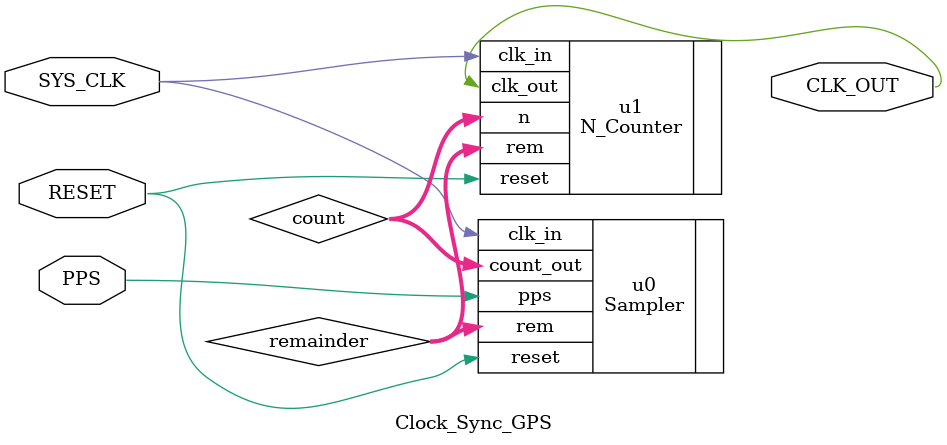
<source format=v>
`timescale 1ns / 1ps


module Clock_Sync_GPS #(
    parameter CLK_OUT_FREQ = 4096, 		// Frequency of desired output
    parameter SYS_CLK_FREQ = 25_000_000	// Frequency of input clock (used in calculations)
	)(
    input 	SYS_CLK		,	// SYS_CLK, sample rate
    input 	PPS			, 	// PPS
	input 	RESET		,	// Global reset
    output 	CLK_OUT			// CLK_OUT
    );

    wire [11:0] remainder;
    wire [31:0] count;
    
    Sampler  	#(.CLK_OUT_FREQ(CLK_OUT_FREQ), .SYS_CLK_FREQ(SYS_CLK_FREQ))	u0( .clk_in(SYS_CLK), .reset(RESET), .pps(PPS), .count_out(count), .rem(remainder) );
    N_Counter 	u1( .clk_in(SYS_CLK), .reset(RESET), .clk_out(CLK_OUT), .n(count), .rem(remainder) );    

endmodule

</source>
